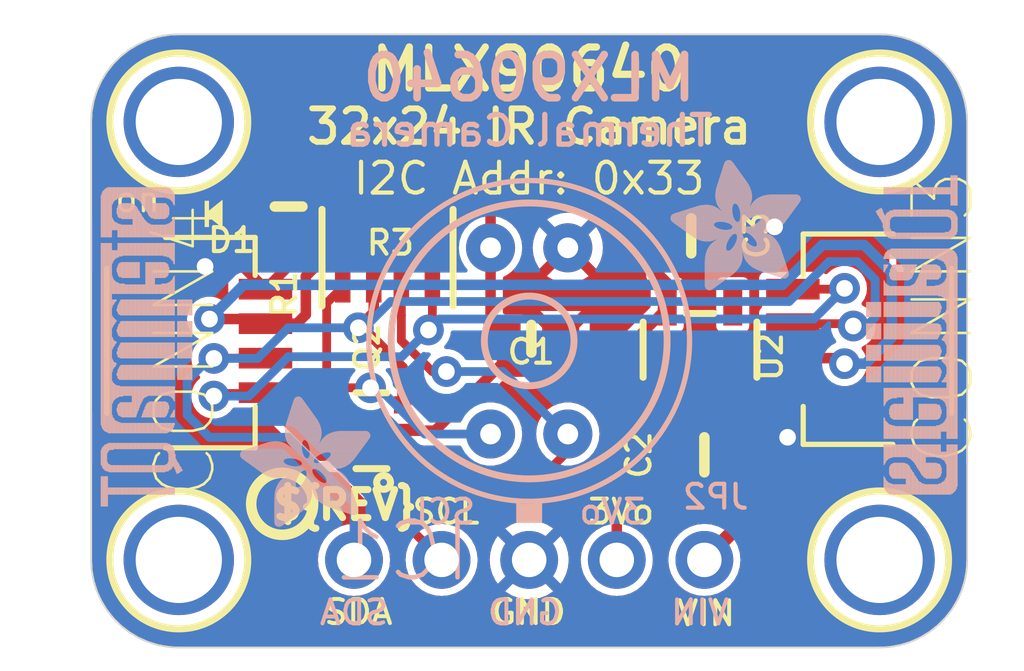
<source format=kicad_pcb>
(kicad_pcb (version 20221018) (generator pcbnew)
  (layers (0 "F.Cu" signal) (31 "B.Cu" signal) (34 "B.Paste" user) (35 "F.Paste" user) (36 "B.SilkS" user "B.Silkscreen") (37 "F.SilkS" user "F.Silkscreen") (38 "B.Mask" user) (39 "F.Mask" user) (44 "Edge.Cuts" user))
  (net 0 "")
  (net 1 "GND")
  (net 2 "SDA")
  (net 3 "SCL")
  (net 4 "SCL_3V")
  (net 5 "SDA_3V")
  (net 6 "3.3V")
  (net 7 "VCC")
  (net 8 "N$1")
  (footprint "working:RESPACK_4X0603" (layer "F.Cu") (at 144.393921 102.5906 180)
    (fp_text reference "R3" (at -0.838 0.432) (layer "F.SilkS") (effects (font (size 0.692831 0.692831) (thickness 0.119969)) (justify right)))
    (fp_text value "4.7K")
    (pad "1" smd rect (at -1.3 0.85 180) (size 0.45 0.9) (layers "F.Cu" "F.Paste" "F.Mask") (net 7 "VCC"))
    (pad "2" smd rect (at -0.4 0.85 180) (size 0.45 0.9) (layers "F.Cu" "F.Paste" "F.Mask") (net 6 "3.3V"))
    (pad "3" smd rect (at 0.4 0.85 180) (size 0.45 0.9) (layers "F.Cu" "F.Paste" "F.Mask") (net 7 "VCC"))
    (pad "4" smd rect (at 1.3 0.85 180) (size 0.45 0.9) (layers "F.Cu" "F.Paste" "F.Mask") (net 6 "3.3V"))
    (pad "5" smd rect (at 1.3 -0.85 180) (size 0.45 0.9) (layers "F.Cu" "F.Paste" "F.Mask") (net 5 "SDA_3V"))
    (pad "6" smd rect (at 0.4 -0.85 180) (size 0.45 0.9) (layers "F.Cu" "F.Paste" "F.Mask") (net 2 "SDA"))
    (pad "7" smd rect (at -0.4 -0.85 180) (size 0.45 0.9) (layers "F.Cu" "F.Paste" "F.Mask") (net 4 "SCL_3V"))
    (pad "8" smd rect (at -1.3 -0.85 180) (size 0.45 0.9) (layers "F.Cu" "F.Paste" "F.Mask") (net 3 "SCL"))
  )
  (footprint "working:0805-NO" (layer "F.Cu") (at 153.2001 101.9556)
    (fp_text reference "C3" (at 1.905 -0.762 90) (layer "F.SilkS") (effects (font (size 0.692831 0.692831) (thickness 0.119969)) (justify right)))
    (fp_text value "10uF")
    (pad "1" smd rect (at -0.95 0) (size 1.24 1.5) (layers "F.Cu" "F.Paste" "F.Mask") (net 6 "3.3V"))
    (pad "2" smd rect (at 0.95 0) (size 1.24 1.5) (layers "F.Cu" "F.Paste" "F.Mask") (net 1 "GND"))
  )
  (footprint "working:MOUNTINGHOLE_2.5_PLATED" (layer "F.Cu") (at 158.6611 98.6536)
    (fp_text reference "U$17" hide)
    (fp_text value "MOUNTINGHOLE2.5" hide)
    (pad "P$1" thru_hole circle (at 0 0) (size 3.2 3.2) (drill 2.5) (layers "*.Cu" "*.Mask"))
    (zone (net 0) (net_name "") (layer "F.Cu") (connect_pads (clearance 0)) (min_thickness 0.25)
      (keepout (tracks not_allowed) (vias not_allowed) (pads not_allowed) (copperpour not_allowed) (footprints allowed))
      (fill (thermal_gap 0.5) (thermal_bridge_width 0.5))
      (polygon (pts (xy 160.6771 98.6536) (xy 160.65748 98.373027) (xy 160.599004 98.097915) (xy 160.502808 97.833619) (xy 160.370765 97.585283) (xy 160.205446 97.35774) (xy 160.010067 97.15542) (xy 159.788433 96.98226) (xy 159.544856 96.841631) (xy 159.284078 96.73627) (xy 159.011175 96.668228) (xy 158.731457 96.638828) (xy 158.450371 96.648644) (xy 158.173385 96.697484) (xy 157.905893 96.784397) (xy 157.6531 96.907693) (xy 157.419926 97.06497) (xy 157.210911 97.253169) (xy 157.030122 97.468625) (xy 156.881078 97.707145) (xy 156.76668 97.964087) (xy 156.689154 98.23445) (xy 156.650011 98.512971) (xy 156.650011 98.794229) (xy 156.689154 99.07275) (xy 156.76668 99.343113) (xy 156.881078 99.600055) (xy 157.030122 99.838575) (xy 157.210911 100.054031) (xy 157.419926 100.24223) (xy 157.6531 100.399507) (xy 157.905893 100.522803) (xy 158.173385 100.609716) (xy 158.450371 100.658556) (xy 158.731457 100.668372) (xy 159.011175 100.638972) (xy 159.284078 100.57093) (xy 159.544856 100.465569) (xy 159.788433 100.32494) (xy 160.010067 100.15178) (xy 160.205446 99.94946) (xy 160.370765 99.721917) (xy 160.502808 99.473581) (xy 160.599004 99.209285) (xy 160.65748 98.934173)))
      (polygon (pts (xy 158.6451 98.6536) (xy 158.649786 98.664914) (xy 158.6611 98.6696) (xy 158.672414 98.664914) (xy 158.6771 98.6536) (xy 158.672414 98.642286) (xy 158.6611 98.6376) (xy 158.649786 98.642286)))
    )
    (zone (net 0) (net_name "") (layer "B.Cu") (connect_pads (clearance 0)) (min_thickness 0.25)
      (keepout (tracks not_allowed) (vias not_allowed) (pads not_allowed) (copperpour not_allowed) (footprints allowed))
      (fill (thermal_gap 0.5) (thermal_bridge_width 0.5))
      (polygon (pts (xy 160.6771 98.6536) (xy 160.65748 98.373027) (xy 160.599004 98.097915) (xy 160.502808 97.833619) (xy 160.370765 97.585283) (xy 160.205446 97.35774) (xy 160.010067 97.15542) (xy 159.788433 96.98226) (xy 159.544856 96.841631) (xy 159.284078 96.73627) (xy 159.011175 96.668228) (xy 158.731457 96.638828) (xy 158.450371 96.648644) (xy 158.173385 96.697484) (xy 157.905893 96.784397) (xy 157.6531 96.907693) (xy 157.419926 97.06497) (xy 157.210911 97.253169) (xy 157.030122 97.468625) (xy 156.881078 97.707145) (xy 156.76668 97.964087) (xy 156.689154 98.23445) (xy 156.650011 98.512971) (xy 156.650011 98.794229) (xy 156.689154 99.07275) (xy 156.76668 99.343113) (xy 156.881078 99.600055) (xy 157.030122 99.838575) (xy 157.210911 100.054031) (xy 157.419926 100.24223) (xy 157.6531 100.399507) (xy 157.905893 100.522803) (xy 158.173385 100.609716) (xy 158.450371 100.658556) (xy 158.731457 100.668372) (xy 159.011175 100.638972) (xy 159.284078 100.57093) (xy 159.544856 100.465569) (xy 159.788433 100.32494) (xy 160.010067 100.15178) (xy 160.205446 99.94946) (xy 160.370765 99.721917) (xy 160.502808 99.473581) (xy 160.599004 99.209285) (xy 160.65748 98.934173)))
      (polygon (pts (xy 158.6451 98.6536) (xy 158.649786 98.664914) (xy 158.6611 98.6696) (xy 158.672414 98.664914) (xy 158.6771 98.6536) (xy 158.672414 98.642286) (xy 158.6611 98.6376) (xy 158.649786 98.642286)))
    )
  )
  (footprint "working:FIDUCIAL_1MM" (layer "F.Cu") (at 141.20114 97.061019)
    (fp_text reference "FID4" hide)
    (fp_text value "FIDUCIAL_1MM" hide)
    (pad "1" smd roundrect (at 0 0) (size 1 1) (layers "F.Cu" "F.Mask") (roundrect_rratio 0.5))
  )
  (footprint "working:CHIPLED_0603_NOOUTLINE" (layer "F.Cu") (at 139.3571 101.3206 90)
    (fp_text reference "D1" (at -0.762 1.27) (layer "F.SilkS") (effects (font (size 0.692831 0.692831) (thickness 0.119969)) (justify right)))
    (fp_text value "GREEN")
    (pad "A" smd rect (at 0 0.75 90) (size 0.8 0.8) (layers "F.Cu" "F.Paste" "F.Mask") (net 8 "N$1"))
    (pad "C" smd rect (at 0 -0.75 90) (size 0.8 0.8) (layers "F.Cu" "F.Paste" "F.Mask") (net 1 "GND"))
  )
  (footprint "working:SOT363" (layer "F.Cu") (at 143.9291 107.6071 90)
    (fp_text reference "Q2" (at 1.651 -0.127 90) (layer "F.SilkS") (effects (font (size 0.692831 0.692831) (thickness 0.119969)) (justify left)))
    (fp_text value "BSS138")
    (pad "1" smd rect (at -0.75 0.9 90) (size 0.5 0.5) (layers "F.Cu" "F.Paste" "F.Mask") (net 4 "SCL_3V"))
    (pad "2" smd rect (at 0 0.9 90) (size 0.4 0.5) (layers "F.Cu" "F.Paste" "F.Mask") (net 6 "3.3V"))
    (pad "3" smd rect (at 0.75 0.9 90) (size 0.5 0.5) (layers "F.Cu" "F.Paste" "F.Mask") (net 2 "SDA"))
    (pad "4" smd rect (at 0.75 -0.9 90) (size 0.5 0.5) (layers "F.Cu" "F.Paste" "F.Mask") (net 5 "SDA_3V"))
    (pad "5" smd rect (at 0 -0.9 90) (size 0.4 0.5) (layers "F.Cu" "F.Paste" "F.Mask") (net 6 "3.3V"))
    (pad "6" smd rect (at -0.75 -0.9 90) (size 0.5 0.5) (layers "F.Cu" "F.Paste" "F.Mask") (net 3 "SCL"))
  )
  (footprint "working:SOT23-5" (layer "F.Cu") (at 153.4541 105.2576)
    (fp_text reference "U2" (at 2.032 -0.562 90) (layer "F.SilkS") (effects (font (size 0.692831 0.692831) (thickness 0.119969)) (justify right)))
    (fp_text value "AP2112K-3.3")
    (pad "1" smd rect (at -0.95 1.3001) (size 0.55 1.2) (layers "F.Cu" "F.Paste" "F.Mask") (net 7 "VCC"))
    (pad "2" smd rect (at 0 1.3001) (size 0.55 1.2) (layers "F.Cu" "F.Paste" "F.Mask") (net 1 "GND"))
    (pad "3" smd rect (at 0.95 1.3001) (size 0.55 1.2) (layers "F.Cu" "F.Paste" "F.Mask") (net 7 "VCC"))
    (pad "4" smd rect (at 0.95 -1.3001) (size 0.55 1.2) (layers "F.Cu" "F.Paste" "F.Mask"))
    (pad "5" smd rect (at -0.95 -1.3001) (size 0.55 1.2) (layers "F.Cu" "F.Paste" "F.Mask") (net 6 "3.3V"))
  )
  (footprint "working:PCBFEAT-REV-040" (layer "F.Cu") (at 141.3383 109.728)
    (fp_text reference "U$25" hide)
    (fp_text value "" hide)
    (fp_text user "${REV}" (at -0.3556 0.508) (layer "F.SilkS") (effects (font (size 0.8128 0.8128) (thickness 0.2032)) (justify left bottom)))
  )
  (footprint "working:0603-NO" (layer "F.Cu") (at 141.526259 101.107241 -90)
    (fp_text reference "R1" (at 1.778 0.127 90) (layer "F.SilkS") (effects (font (size 0.692831 0.692831) (thickness 0.119969)) (justify right)))
    (fp_text value "10K")
    (pad "1" smd rect (at -0.85 0 270) (size 1.075 1) (layers "F.Cu" "F.Paste" "F.Mask") (net 6 "3.3V"))
    (pad "2" smd rect (at 0.85 0 270) (size 1.075 1) (layers "F.Cu" "F.Paste" "F.Mask") (net 8 "N$1"))
  )
  (footprint "working:0805-NO" (layer "F.Cu") (at 153.5811 108.3056 180)
    (fp_text reference "C2" (at 1.905 -0.762 90) (layer "F.SilkS") (effects (font (size 0.692831 0.692831) (thickness 0.119969)) (justify left)))
    (fp_text value "10uF")
    (pad "1" smd rect (at -0.95 0 180) (size 1.24 1.5) (layers "F.Cu" "F.Paste" "F.Mask") (net 7 "VCC"))
    (pad "2" smd rect (at 0.95 0 180) (size 1.24 1.5) (layers "F.Cu" "F.Paste" "F.Mask") (net 1 "GND"))
  )
  (footprint "working:JST_SH4" (layer "F.Cu") (at 138.3411 105.0036 -90)
    (fp_text reference "CONN4" (at -4.092 -0.185 90) (layer "F.SilkS") (effects (font (size 1.703222 1.703222) (thickness 0.074778)) (justify right)))
    (fp_text value "STEMMA_I2C_QT" hide)
    (pad "1" smd rect (at -1.5 -2.514) (size 1.55 0.6) (layers "F.Cu" "F.Paste" "F.Mask") (net 1 "GND"))
    (pad "2" smd rect (at -0.5 -2.514) (size 1.55 0.6) (layers "F.Cu" "F.Paste" "F.Mask") (net 7 "VCC"))
    (pad "3" smd rect (at 0.5 -2.514) (size 1.55 0.6) (layers "F.Cu" "F.Paste" "F.Mask") (net 2 "SDA"))
    (pad "4" smd rect (at 1.5 -2.514) (size 1.55 0.6) (layers "F.Cu" "F.Paste" "F.Mask") (net 3 "SCL"))
    (pad "MT1" smd rect (at -2.8 1.386) (size 1.8 1.2) (layers "F.Cu" "F.Paste" "F.Mask"))
    (pad "MT2" smd rect (at 2.8 1.386) (size 1.8 1.2) (layers "F.Cu" "F.Paste" "F.Mask"))
  )
  (footprint "working:0603-NO" (layer "F.Cu") (at 148.5646 104.9401)
    (fp_text reference "C1" (at -0.762 0.381) (layer "F.SilkS") (effects (font (size 0.692831 0.692831) (thickness 0.119969)) (justify left)))
    (fp_text value "0.1uF")
    (pad "1" smd rect (at -0.85 0) (size 1.075 1) (layers "F.Cu" "F.Paste" "F.Mask") (net 6 "3.3V"))
    (pad "2" smd rect (at 0.85 0) (size 1.075 1) (layers "F.Cu" "F.Paste" "F.Mask") (net 1 "GND"))
  )
  (footprint "working:MOUNTINGHOLE_2.5_PLATED" (layer "F.Cu") (at 138.3411 98.6536)
    (fp_text reference "U$1" hide)
    (fp_text value "MOUNTINGHOLE2.5" hide)
    (pad "P$1" thru_hole circle (at 0 0) (size 3.2 3.2) (drill 2.5) (layers "*.Cu" "*.Mask"))
    (zone (net 0) (net_name "") (layer "F.Cu") (connect_pads (clearance 0)) (min_thickness 0.25)
      (keepout (tracks not_allowed) (vias not_allowed) (pads not_allowed) (copperpour not_allowed) (footprints allowed))
      (fill (thermal_gap 0.5) (thermal_bridge_width 0.5))
      (polygon (pts (xy 140.3571 98.6536) (xy 140.33748 98.373027) (xy 140.279004 98.097915) (xy 140.182808 97.833619) (xy 140.050765 97.585283) (xy 139.885446 97.35774) (xy 139.690067 97.15542) (xy 139.468433 96.98226) (xy 139.224856 96.841631) (xy 138.964078 96.73627) (xy 138.691175 96.668228) (xy 138.411457 96.638828) (xy 138.130371 96.648644) (xy 137.853385 96.697484) (xy 137.585893 96.784397) (xy 137.3331 96.907693) (xy 137.099926 97.06497) (xy 136.890911 97.253169) (xy 136.710122 97.468625) (xy 136.561078 97.707145) (xy 136.44668 97.964087) (xy 136.369154 98.23445) (xy 136.330011 98.512971) (xy 136.330011 98.794229) (xy 136.369154 99.07275) (xy 136.44668 99.343113) (xy 136.561078 99.600055) (xy 136.710122 99.838575) (xy 136.890911 100.054031) (xy 137.099926 100.24223) (xy 137.3331 100.399507) (xy 137.585893 100.522803) (xy 137.853385 100.609716) (xy 138.130371 100.658556) (xy 138.411457 100.668372) (xy 138.691175 100.638972) (xy 138.964078 100.57093) (xy 139.224856 100.465569) (xy 139.468433 100.32494) (xy 139.690067 100.15178) (xy 139.885446 99.94946) (xy 140.050765 99.721917) (xy 140.182808 99.473581) (xy 140.279004 99.209285) (xy 140.33748 98.934173)))
      (polygon (pts (xy 138.3251 98.6536) (xy 138.329786 98.664914) (xy 138.3411 98.6696) (xy 138.352414 98.664914) (xy 138.3571 98.6536) (xy 138.352414 98.642286) (xy 138.3411 98.6376) (xy 138.329786 98.642286)))
    )
    (zone (net 0) (net_name "") (layer "B.Cu") (connect_pads (clearance 0)) (min_thickness 0.25)
      (keepout (tracks not_allowed) (vias not_allowed) (pads not_allowed) (copperpour not_allowed) (footprints allowed))
      (fill (thermal_gap 0.5) (thermal_bridge_width 0.5))
      (polygon (pts (xy 140.3571 98.6536) (xy 140.33748 98.373027) (xy 140.279004 98.097915) (xy 140.182808 97.833619) (xy 140.050765 97.585283) (xy 139.885446 97.35774) (xy 139.690067 97.15542) (xy 139.468433 96.98226) (xy 139.224856 96.841631) (xy 138.964078 96.73627) (xy 138.691175 96.668228) (xy 138.411457 96.638828) (xy 138.130371 96.648644) (xy 137.853385 96.697484) (xy 137.585893 96.784397) (xy 137.3331 96.907693) (xy 137.099926 97.06497) (xy 136.890911 97.253169) (xy 136.710122 97.468625) (xy 136.561078 97.707145) (xy 136.44668 97.964087) (xy 136.369154 98.23445) (xy 136.330011 98.512971) (xy 136.330011 98.794229) (xy 136.369154 99.07275) (xy 136.44668 99.343113) (xy 136.561078 99.600055) (xy 136.710122 99.838575) (xy 136.890911 100.054031) (xy 137.099926 100.24223) (xy 137.3331 100.399507) (xy 137.585893 100.522803) (xy 137.853385 100.609716) (xy 138.130371 100.658556) (xy 138.411457 100.668372) (xy 138.691175 100.638972) (xy 138.964078 100.57093) (xy 139.224856 100.465569) (xy 139.468433 100.32494) (xy 139.690067 100.15178) (xy 139.885446 99.94946) (xy 140.050765 99.721917) (xy 140.182808 99.473581) (xy 140.279004 99.209285) (xy 140.33748 98.934173)))
      (polygon (pts (xy 138.3251 98.6536) (xy 138.329786 98.664914) (xy 138.3411 98.6696) (xy 138.352414 98.664914) (xy 138.3571 98.6536) (xy 138.352414 98.642286) (xy 138.3411 98.6376) (xy 138.329786 98.642286)))
    )
  )
  (footprint "working:MOUNTINGHOLE_2.5_PLATED" (layer "F.Cu") (at 138.3411 111.3536)
    (fp_text reference "U$19" hide)
    (fp_text value "MOUNTINGHOLE2.5" hide)
    (pad "P$1" thru_hole circle (at 0 0) (size 3.2 3.2) (drill 2.5) (layers "*.Cu" "*.Mask"))
    (zone (net 0) (net_name "") (layer "F.Cu") (connect_pads (clearance 0)) (min_thickness 0.25)
      (keepout (tracks not_allowed) (vias not_allowed) (pads not_allowed) (copperpour not_allowed) (footprints allowed))
      (fill (thermal_gap 0.5) (thermal_bridge_width 0.5))
      (polygon (pts (xy 140.3571 111.3536) (xy 140.33748 111.073027) (xy 140.279004 110.797915) (xy 140.182808 110.533619) (xy 140.050765 110.285283) (xy 139.885446 110.05774) (xy 139.690067 109.85542) (xy 139.468433 109.68226) (xy 139.224856 109.541631) (xy 138.964078 109.43627) (xy 138.691175 109.368228) (xy 138.411457 109.338828) (xy 138.130371 109.348644) (xy 137.853385 109.397484) (xy 137.585893 109.484397) (xy 137.3331 109.607693) (xy 137.099926 109.76497) (xy 136.890911 109.953169) (xy 136.710122 110.168625) (xy 136.561078 110.407145) (xy 136.44668 110.664087) (xy 136.369154 110.93445) (xy 136.330011 111.212971) (xy 136.330011 111.494229) (xy 136.369154 111.77275) (xy 136.44668 112.043113) (xy 136.561078 112.300055) (xy 136.710122 112.538575) (xy 136.890911 112.754031) (xy 137.099926 112.94223) (xy 137.3331 113.099507) (xy 137.585893 113.222803) (xy 137.853385 113.309716) (xy 138.130371 113.358556) (xy 138.411457 113.368372) (xy 138.691175 113.338972) (xy 138.964078 113.27093) (xy 139.224856 113.165569) (xy 139.468433 113.02494) (xy 139.690067 112.85178) (xy 139.885446 112.64946) (xy 140.050765 112.421917) (xy 140.182808 112.173581) (xy 140.279004 111.909285) (xy 140.33748 111.634173)))
      (polygon (pts (xy 138.3251 111.3536) (xy 138.329786 111.364914) (xy 138.3411 111.3696) (xy 138.352414 111.364914) (xy 138.3571 111.3536) (xy 138.352414 111.342286) (xy 138.3411 111.3376) (xy 138.329786 111.342286)))
    )
    (zone (net 0) (net_name "") (layer "B.Cu") (connect_pads (clearance 0)) (min_thickness 0.25)
      (keepout (tracks not_allowed) (vias not_allowed) (pads not_allowed) (copperpour not_allowed) (footprints allowed))
      (fill (thermal_gap 0.5) (thermal_bridge_width 0.5))
      (polygon (pts (xy 140.3571 111.3536) (xy 140.33748 111.073027) (xy 140.279004 110.797915) (xy 140.182808 110.533619) (xy 140.050765 110.285283) (xy 139.885446 110.05774) (xy 139.690067 109.85542) (xy 139.468433 109.68226) (xy 139.224856 109.541631) (xy 138.964078 109.43627) (xy 138.691175 109.368228) (xy 138.411457 109.338828) (xy 138.130371 109.348644) (xy 137.853385 109.397484) (xy 137.585893 109.484397) (xy 137.3331 109.607693) (xy 137.099926 109.76497) (xy 136.890911 109.953169) (xy 136.710122 110.168625) (xy 136.561078 110.407145) (xy 136.44668 110.664087) (xy 136.369154 110.93445) (xy 136.330011 111.212971) (xy 136.330011 111.494229) (xy 136.369154 111.77275) (xy 136.44668 112.043113) (xy 136.561078 112.300055) (xy 136.710122 112.538575) (xy 136.890911 112.754031) (xy 137.099926 112.94223) (xy 137.3331 113.099507) (xy 137.585893 113.222803) (xy 137.853385 113.309716) (xy 138.130371 113.358556) (xy 138.411457 113.368372) (xy 138.691175 113.338972) (xy 138.964078 113.27093) (xy 139.224856 113.165569) (xy 139.468433 113.02494) (xy 139.690067 112.85178) (xy 139.885446 112.64946) (xy 140.050765 112.421917) (xy 140.182808 112.173581) (xy 140.279004 111.909285) (xy 140.33748 111.634173)))
      (polygon (pts (xy 138.3251 111.3536) (xy 138.329786 111.364914) (xy 138.3411 111.3696) (xy 138.352414 111.364914) (xy 138.3571 111.3536) (xy 138.352414 111.342286) (xy 138.3411 111.3376) (xy 138.329786 111.342286)))
    )
  )
  (footprint "working:MOUNTINGHOLE_2.5_PLATED" (layer "F.Cu") (at 158.6611 111.3536)
    (fp_text reference "U$21" hide)
    (fp_text value "MOUNTINGHOLE2.5" hide)
    (pad "P$1" thru_hole circle (at 0 0) (size 3.2 3.2) (drill 2.5) (layers "*.Cu" "*.Mask"))
    (zone (net 0) (net_name "") (layer "F.Cu") (connect_pads (clearance 0)) (min_thickness 0.25)
      (keepout (tracks not_allowed) (vias not_allowed) (pads not_allowed) (copperpour not_allowed) (footprints allowed))
      (fill (thermal_gap 0.5) (thermal_bridge_width 0.5))
      (polygon (pts (xy 160.6771 111.3536) (xy 160.65748 111.073027) (xy 160.599004 110.797915) (xy 160.502808 110.533619) (xy 160.370765 110.285283) (xy 160.205446 110.05774) (xy 160.010067 109.85542) (xy 159.788433 109.68226) (xy 159.544856 109.541631) (xy 159.284078 109.43627) (xy 159.011175 109.368228) (xy 158.731457 109.338828) (xy 158.450371 109.348644) (xy 158.173385 109.397484) (xy 157.905893 109.484397) (xy 157.6531 109.607693) (xy 157.419926 109.76497) (xy 157.210911 109.953169) (xy 157.030122 110.168625) (xy 156.881078 110.407145) (xy 156.76668 110.664087) (xy 156.689154 110.93445) (xy 156.650011 111.212971) (xy 156.650011 111.494229) (xy 156.689154 111.77275) (xy 156.76668 112.043113) (xy 156.881078 112.300055) (xy 157.030122 112.538575) (xy 157.210911 112.754031) (xy 157.419926 112.94223) (xy 157.6531 113.099507) (xy 157.905893 113.222803) (xy 158.173385 113.309716) (xy 158.450371 113.358556) (xy 158.731457 113.368372) (xy 159.011175 113.338972) (xy 159.284078 113.27093) (xy 159.544856 113.165569) (xy 159.788433 113.02494) (xy 160.010067 112.85178) (xy 160.205446 112.64946) (xy 160.370765 112.421917) (xy 160.502808 112.173581) (xy 160.599004 111.909285) (xy 160.65748 111.634173)))
      (polygon (pts (xy 158.6451 111.3536) (xy 158.649786 111.364914) (xy 158.6611 111.3696) (xy 158.672414 111.364914) (xy 158.6771 111.3536) (xy 158.672414 111.342286) (xy 158.6611 111.3376) (xy 158.649786 111.342286)))
    )
    (zone (net 0) (net_name "") (layer "B.Cu") (connect_pads (clearance 0)) (min_thickness 0.25)
      (keepout (tracks not_allowed) (vias not_allowed) (pads not_allowed) (copperpour not_allowed) (footprints allowed))
      (fill (thermal_gap 0.5) (thermal_bridge_width 0.5))
      (polygon (pts (xy 160.6771 111.3536) (xy 160.65748 111.073027) (xy 160.599004 110.797915) (xy 160.502808 110.533619) (xy 160.370765 110.285283) (xy 160.205446 110.05774) (xy 160.010067 109.85542) (xy 159.788433 109.68226) (xy 159.544856 109.541631) (xy 159.284078 109.43627) (xy 159.011175 109.368228) (xy 158.731457 109.338828) (xy 158.450371 109.348644) (xy 158.173385 109.397484) (xy 157.905893 109.484397) (xy 157.6531 109.607693) (xy 157.419926 109.76497) (xy 157.210911 109.953169) (xy 157.030122 110.168625) (xy 156.881078 110.407145) (xy 156.76668 110.664087) (xy 156.689154 110.93445) (xy 156.650011 111.212971) (xy 156.650011 111.494229) (xy 156.689154 111.77275) (xy 156.76668 112.043113) (xy 156.881078 112.300055) (xy 157.030122 112.538575) (xy 157.210911 112.754031) (xy 157.419926 112.94223) (xy 157.6531 113.099507) (xy 157.905893 113.222803) (xy 158.173385 113.309716) (xy 158.450371 113.358556) (xy 158.731457 113.368372) (xy 159.011175 113.338972) (xy 159.284078 113.27093) (xy 159.544856 113.165569) (xy 159.788433 113.02494) (xy 160.010067 112.85178) (xy 160.205446 112.64946) (xy 160.370765 112.421917) (xy 160.502808 112.173581) (xy 160.599004 111.909285) (xy 160.65748 111.634173)))
      (polygon (pts (xy 158.6451 111.3536) (xy 158.649786 111.364914) (xy 158.6611 111.3696) (xy 158.672414 111.364914) (xy 158.6771 111.3536) (xy 158.672414 111.342286) (xy 158.6611 111.3376) (xy 158.649786 111.342286)))
    )
  )
  (footprint "working:FIDUCIAL_1MM" (layer "F.Cu") (at 155.674059 112.412782)
    (fp_text reference "FID3" hide)
    (fp_text value "FIDUCIAL_1MM" hide)
    (pad "1" smd roundrect (at 0 0) (size 1 1) (layers "F.Cu" "F.Mask") (roundrect_rratio 0.5))
  )
  (footprint "working:JST_SH4" (layer "F.Cu") (at 158.6611 105.0036 90)
    (fp_text reference "CONN3" (at -3.711 1.847 90) (layer "F.SilkS") (effects (font (size 1.703222 1.703222) (thickness 0.074778)) (justify left)))
    (fp_text value "STEMMA_I2C_QT" hide)
    (pad "1" smd rect (at -1.5 -2.514 180) (size 1.55 0.6) (layers "F.Cu" "F.Paste" "F.Mask") (net 1 "GND"))
    (pad "2" smd rect (at -0.5 -2.514 180) (size 1.55 0.6) (layers "F.Cu" "F.Paste" "F.Mask") (net 7 "VCC"))
    (pad "3" smd rect (at 0.5 -2.514 180) (size 1.55 0.6) (layers "F.Cu" "F.Paste" "F.Mask") (net 2 "SDA"))
    (pad "4" smd rect (at 1.5 -2.514 180) (size 1.55 0.6) (layers "F.Cu" "F.Paste" "F.Mask") (net 3 "SCL"))
    (pad "MT1" smd rect (at -2.8 1.386 180) (size 1.8 1.2) (layers "F.Cu" "F.Paste" "F.Mask"))
    (pad "MT2" smd rect (at 2.8 1.386 180) (size 1.8 1.2) (layers "F.Cu" "F.Paste" "F.Mask"))
  )
  (footprint "working:STEMMAQT" (layer "B.Cu") (at 138.7221 100.5586 -90)
    (fp_text reference "U$31" hide)
    (fp_text value "" hide)
  )
  (footprint "working:MLX90640" (layer "B.Cu") (at 148.5011 105.0036 180)
    (fp_text reference "IC1" (at 1.6 -6.1) (layer "B.SilkS") (effects (font (size 1.647139 1.647139) (thickness 0.130861)) (justify left mirror)))
    (fp_text value "MLX90640")
    (pad "GND" thru_hole circle (at -1.12 2.7 180) (size 1.4224 1.4224) (drill 0.6) (layers "*.Cu") (net 1 "GND"))
    (pad "SCL" thru_hole circle (at -1.12 -2.7 180) (size 1.4224 1.4224) (drill 0.6) (layers "*.Cu") (net 4 "SCL_3V"))
    (pad "SDA" thru_hole circle (at 1.12 -2.7 180) (size 1.4224 1.4224) (drill 0.6) (layers "*.Cu") (net 5 "SDA_3V"))
    (pad "VDD" thru_hole circle (at 1.12 2.7 180) (size 1.4224 1.4224) (drill 0.6) (layers "*.Cu") (net 6 "3.3V"))
  )
  (footprint "working:ADAFRUIT_3.5MM" (layer "B.Cu") (at 143.913859 110.411263 180)
    (fp_text reference "U$22" hide)
    (fp_text value "" hide)
  )
  (footprint "working:ADAFRUIT_3.5MM" (layer "B.Cu") (at 156.395418 103.553263 180)
    (fp_text reference "U$4" hide)
    (fp_text value "" hide)
  )
  (footprint "working:STEMMAQT" (layer "B.Cu") (at 158.2801 109.4486 90)
    (fp_text reference "U$30" hide)
    (fp_text value "" hide)
  )
  (footprint "working:1X05_ROUND" (layer "B.Cu") (at 148.5011 111.3536 180)
    (fp_text reference "JP2" (at -6.4262 1.8288) (layer "B.SilkS") (effects (font (size 0.692831 0.692831) (thickness 0.119969)) (justify left mirror)))
    (fp_text value "")
    (pad "1" thru_hole circle (at -5.08 0 90) (size 1.6764 1.6764) (drill 1) (layers "*.Cu" "*.Mask") (net 7 "VCC"))
    (pad "2" thru_hole circle (at -2.54 0 90) (size 1.6764 1.6764) (drill 1) (layers "*.Cu" "*.Mask") (net 6 "3.3V"))
    (pad "3" thru_hole circle (at 0 0 90) (size 1.6764 1.6764) (drill 1) (layers "*.Cu" "*.Mask") (net 1 "GND"))
    (pad "4" thru_hole circle (at 2.54 0 90) (size 1.6764 1.6764) (drill 1) (layers "*.Cu" "*.Mask") (net 3 "SCL"))
    (pad "5" thru_hole circle (at 5.08 0 90) (size 1.6764 1.6764) (drill 1) (layers "*.Cu" "*.Mask") (net 2 "SDA"))
  )
  (gr_line (start 161.2011 111.3536) (end 161.2011 98.6536) (stroke (width 0.05)) (layer "Edge.Cuts"))
  (gr_arc (start 161.2011 111.3536) (mid 160.457151 113.149651) (end 158.6611 113.8936) (stroke (width 0.05)) (layer "Edge.Cuts"))
  (gr_line (start 138.3411 113.8936) (end 158.6611 113.8936) (stroke (width 0.05)) (layer "Edge.Cuts"))
  (gr_line (start 158.6611 96.1136) (end 138.3411 96.1136) (stroke (width 0.05)) (layer "Edge.Cuts"))
  (gr_arc (start 135.8011 98.6536) (mid 136.545049 96.857549) (end 138.3411 96.1136) (stroke (width 0.05)) (layer "Edge.Cuts"))
  (gr_line (start 135.8011 98.6536) (end 135.8011 111.3536) (stroke (width 0.05)) (layer "Edge.Cuts"))
  (gr_arc (start 158.6611 96.1136) (mid 160.457151 96.857549) (end 161.2011 98.6536) (stroke (width 0.05)) (layer "Edge.Cuts"))
  (gr_arc (start 138.3411 113.8936) (mid 136.545049 113.149651) (end 135.8011 111.3536) (stroke (width 0.05)) (layer "Edge.Cuts"))
  (gr_text "Thermal Camera" (at 148.5011 98.9076) (layer "B.SilkS") (effects (font (size 0.8636 0.8636) (thickness 0.1524)) (justify mirror)))
  (gr_text "MLX90640" (at 148.5011 97.3836) (layer "B.SilkS") (effects (font (size 1.25222 1.25222) (thickness 0.22098)) (justify mirror)))
  (gr_text "3Vo" (at 150.9141 109.9566) (layer "B.SilkS") (effects (font (size 0.699008 0.699008) (thickness 0.113792)) (justify mirror)))
  (gr_text "GND" (at 148.3741 112.8776) (layer "B.SilkS") (effects (font (size 0.699008 0.699008) (thickness 0.113792)) (justify mirror)))
  (gr_text "VIN" (at 153.4541 112.8776) (layer "B.SilkS") (effects (font (size 0.699008 0.699008) (thickness 0.113792)) (justify mirror)))
  (gr_text "SCL" (at 145.9611 109.9566) (layer "B.SilkS") (effects (font (size 0.699008 0.699008) (thickness 0.113792)) (justify mirror)))
  (gr_text "SDA" (at 143.4211 112.8776) (layer "B.SilkS") (effects (font (size 0.699008 0.699008) (thickness 0.113792)) (justify mirror)))
  (gr_text "VIN" (at 153.6319 112.903) (layer "F.SilkS") (effects (font (size 0.699008 0.699008) (thickness 0.113792))))
  (gr_text "on" (at 136.4361 101.3206) (layer "F.SilkS") (effects (font (size 0.715264 0.715264) (thickness 0.097536)) (justify left bottom)))
  (gr_text "GND" (at 148.49094 112.867441) (layer "F.SilkS") (effects (font (size 0.699008 0.699008) (thickness 0.113792))))
  (gr_text "MLX90640" (at 148.5011 97.1296) (layer "F.SilkS") (effects (font (size 1.18745 1.18745) (thickness 0.20955))))
  (gr_text "3Vo" (at 151.1681 109.9566) (layer "F.SilkS") (effects (font (size 0.699008 0.699008) (thickness 0.113792))))
  (gr_text "32x24 IR Camera" (at 148.5011 98.79076) (layer "F.SilkS") (effects (font (size 0.97155 0.97155) (thickness 0.17145))))
  (gr_text "I2C Addr: 0x33" (at 148.5011 100.294441) (layer "F.SilkS") (effects (font (size 0.89408 0.89408) (thickness 0.12192))))
  (gr_text "SCL" (at 146.0881 109.9566) (layer "F.SilkS") (effects (font (size 0.699008 0.699008) (thickness 0.113792))))
  (gr_text "SDA" (at 143.5481 112.867441) (layer "F.SilkS") (effects (font (size 0.699008 0.699008) (thickness 0.113792))))
  (segment (start 153.4541 107.4826) (end 152.6311 108.3056) (width 0.3048) (layer "F.Cu") (net 1))
  (segment (start 153.4541 106.5577) (end 153.4541 107.4826) (width 0.3048) (layer "F.Cu") (net 1))
  (via (at 139.1031 102.8446) (size 0.889) (drill 0.4826) (layers "F.Cu" "B.Cu") (net 1))
  (via (at 155.9941 107.7976) (size 0.889) (drill 0.4826) (layers "F.Cu" "B.Cu") (net 1))
  (via (at 155.618181 101.696519) (size 0.889) (drill 0.4826) (layers "F.Cu" "B.Cu") (net 1))
  (segment (start 143.993921 103.4406) (end 143.993921 104.176779) (width 0.3048) (layer "F.Cu") (net 2))
  (segment (start 139.3651 105.5036) (end 139.3571 105.5116) (width 0.254) (layer "F.Cu") (net 2))
  (segment (start 156.1471 104.5036) (end 157.8309 104.5036) (width 0.254) (layer "F.Cu") (net 2))
  (segment (start 157.8309 104.5036) (end 157.8991 104.5718) (width 0.254) (layer "F.Cu") (net 2))
  (segment (start 144.8291 105.7766) (end 143.6751 104.6226) (width 0.3048) (layer "F.Cu") (net 2))
  (segment (start 140.8551 105.5036) (end 139.3651 105.5036) (width 0.254) (layer "F.Cu") (net 2))
  (segment (start 144.8291 106.8571) (end 144.8291 105.7766) (width 0.3048) (layer "F.Cu") (net 2))
  (segment (start 143.5481 104.6226) (end 143.6751 104.6226) (width 0.3048) (layer "F.Cu") (net 2))
  (segment (start 143.5481 104.6226) (end 143.993921 104.176779) (width 0.3048) (layer "F.Cu") (net 2))
  (via (at 157.8991 104.5718) (size 0.889) (drill 0.4826) (layers "F.Cu" "B.Cu") (net 2))
  (via (at 143.5481 104.6226) (size 0.889) (drill 0.4826) (layers "F.Cu" "B.Cu") (net 2))
  (via (at 139.3571 105.5116) (size 0.889) (drill 0.4826) (layers "F.Cu" "B.Cu") (net 2))
  (segment (start 157.8991 104.5718) (end 158.2801 104.5718) (width 0.254) (layer "B.Cu") (net 2))
  (segment (start 143.849506 104.4956) (end 143.6751 104.4956) (width 0.254) (layer "B.Cu") (net 2))
  (segment (start 143.5481 104.6226) (end 143.6751 104.4956) (width 0.254) (layer "B.Cu") (net 2))
  (segment (start 139.2301 105.5116) (end 138.5824 106.1593) (width 0.254) (layer "B.Cu") (net 2))
  (segment (start 138.5824 107.1499) (end 139.2301 107.7976) (width 0.254) (layer "B.Cu") (net 2))
  (segment (start 139.3571 105.5116) (end 139.2301 105.5116) (width 0.254) (layer "B.Cu") (net 2))
  (segment (start 158.5341 104.3178) (end 158.2801 104.5718) (width 0.254) (layer "B.Cu") (net 2))
  (segment (start 144.484506 103.8606) (end 156.041506 103.8606) (width 0.254) (layer "B.Cu") (net 2))
  (segment (start 158.0134 102.7049) (end 157.197206 102.7049) (width 0.254) (layer "B.Cu") (net 2))
  (segment (start 158.5341 104.3178) (end 158.5341 103.2256) (width 0.254) (layer "B.Cu") (net 2))
  (segment (start 156.041506 103.8606) (end 157.197206 102.7049) (width 0.254) (layer "B.Cu") (net 2))
  (segment (start 141.5161 107.7976) (end 143.4211 109.7026) (width 0.254) (layer "B.Cu") (net 2))
  (segment (start 158.5341 103.2256) (end 158.0134 102.7049) (width 0.254) (layer "B.Cu") (net 2))
  (segment (start 139.2301 107.7976) (end 141.5161 107.7976) (width 0.254) (layer "B.Cu") (net 2))
  (segment (start 138.5824 106.1593) (end 138.5824 107.1499) (width 0.254) (layer "B.Cu") (net 2))
  (segment (start 141.5161 104.6226) (end 140.6271 105.5116) (width 0.254) (layer "B.Cu") (net 2))
  (segment (start 141.5161 104.6226) (end 143.5481 104.6226) (width 0.254) (layer "B.Cu") (net 2))
  (segment (start 144.484506 103.8606) (end 143.849506 104.4956) (width 0.254) (layer "B.Cu") (net 2))
  (segment (start 143.4211 109.7026) (end 143.4211 111.3536) (width 0.254) (layer "B.Cu") (net 2))
  (segment (start 139.3571 105.5116) (end 140.6271 105.5116) (width 0.254) (layer "B.Cu") (net 2))
  (segment (start 139.4333 106.5276) (end 140.8551 106.5276) (width 0.254) (layer "F.Cu") (net 3))
  (segment (start 145.693921 103.4406) (end 145.693921 104.572279) (width 0.254) (layer "F.Cu") (net 3))
  (segment (start 140.8551 106.5276) (end 140.8551 106.7546) (width 0.254) (layer "F.Cu") (net 3))
  (segment (start 143.0291 108.3571) (end 143.0291 108.4216) (width 0.3048) (layer "F.Cu") (net 3))
  (segment (start 140.8551 106.7546) (end 142.4576 108.3571) (width 0.254) (layer "F.Cu") (net 3))
  (segment (start 156.1471 103.5036) (end 157.6211 103.5036) (width 0.254) (layer "F.Cu") (net 3))
  (segment (start 143.0291 108.4216) (end 145.9611 111.3536) (width 0.254) (layer "F.Cu") (net 3))
  (segment (start 142.4576 108.3571) (end 143.0291 108.3571) (width 0.254) (layer "F.Cu") (net 3))
  (segment (start 157.6211 103.5036) (end 157.6451 103.4796) (width 0.254) (layer "F.Cu") (net 3))
  (segment (start 145.5801 104.6861) (end 145.693921 104.572279) (width 0.254) (layer "F.Cu") (net 3))
  (segment (start 139.3571 106.6038) (end 139.4333 106.5276) (width 0.254) (layer "F.Cu") (net 3))
  (segment (start 140.8551 106.5036) (end 140.8551 106.5276) (width 0.3048) (layer "F.Cu") (net 3))
  (via (at 145.5801 104.6861) (size 0.889) (drill 0.4826) (layers "F.Cu" "B.Cu") (net 3))
  (via (at 157.6451 103.4796) (size 0.889) (drill 0.4826) (layers "F.Cu" "B.Cu") (net 3))
  (via (at 139.3571 106.6038) (size 0.889) (drill 0.4826) (layers "F.Cu" "B.Cu") (net 3))
  (segment (start 145.5801 104.6861) (end 144.8054 105.4608) (width 0.254) (layer "B.Cu") (net 3))
  (segment (start 145.8976 104.3686) (end 145.5801 104.6861) (width 0.254) (layer "B.Cu") (net 3))
  (segment (start 156.7561 104.3686) (end 145.8976 104.3686) (width 0.254) (layer "B.Cu") (net 3))
  (segment (start 157.6451 103.4796) (end 156.7561 104.3686) (width 0.254) (layer "B.Cu") (net 3))
  (segment (start 140.3731 106.6038) (end 139.3571 106.6038) (width 0.254) (layer "B.Cu") (net 3))
  (segment (start 144.8054 105.4608) (end 141.5161 105.4608) (width 0.254) (layer "B.Cu") (net 3))
  (segment (start 141.5161 105.4608) (end 140.3731 106.6038) (width 0.254) (layer "B.Cu") (net 3))
  (segment (start 149.6211 108.2016) (end 148.7551 109.0676) (width 0.254) (layer "F.Cu") (net 4))
  (segment (start 144.793921 103.4406) (end 144.793921 104.26356) (width 0.254) (layer "F.Cu") (net 4))
  (segment (start 144.793918 104.263563) (end 144.793918 104.995513) (width 0.254) (layer "F.Cu") (net 4))
  (segment (start 145.689793 105.891388) (end 144.793918 104.995513) (width 0.254) (layer "F.Cu") (net 4))
  (segment (start 148.7551 109.0676) (end 145.5396 109.0676) (width 0.254) (layer "F.Cu") (net 4))
  (segment (start 145.5396 109.0676) (end 144.8291 108.3571) (width 0.254) (layer "F.Cu") (net 4))
  (segment (start 149.6211 108.2016) (end 149.6211 107.7036) (width 0.254) (layer "F.Cu") (net 4))
  (segment (start 144.793921 104.26356) (end 144.793918 104.263563) (width 0.254) (layer "F.Cu") (net 4))
  (segment (start 145.689793 105.891388) (end 146.1008 105.891388) (width 0.254) (layer "F.Cu") (net 4))
  (via (at 146.1008 105.891388) (size 0.889) (drill 0.4826) (layers "F.Cu" "B.Cu") (net 4))
  (segment (start 149.6211 107.7036) (end 149.5501 107.7036) (width 0.254) (layer "B.Cu") (net 4))
  (segment (start 146.1008 105.891388) (end 147.737887 105.891388) (width 0.254) (layer "B.Cu") (net 4))
  (segment (start 149.5501 107.7036) (end 147.737887 105.891388) (width 0.254) (layer "B.Cu") (net 4))
  (segment (start 142.6291 103.905422) (end 142.6291 105.9896) (width 0.254) (layer "F.Cu") (net 5))
  (segment (start 142.6291 105.9896) (end 143.002 106.3625) (width 0.254) (layer "F.Cu") (net 5))
  (segment (start 143.0291 106.3896) (end 143.002 106.3625) (width 0.3048) (layer "F.Cu") (net 5))
  (segment (start 143.093921 103.4406) (end 142.6291 103.905422) (width 0.254) (layer "F.Cu") (net 5))
  (segment (start 143.0291 106.3896) (end 143.0291 106.8571) (width 0.3048) (layer "F.Cu") (net 5))
  (segment (start 143.002 106.3625) (end 143.902487 106.3625) (width 0.254) (layer "F.Cu") (net 5))
  (via (at 143.902487 106.3625) (size 0.889) (drill 0.4826) (layers "F.Cu" "B.Cu") (net 5))
  (segment (start 145.4761 107.7036) (end 147.3811 107.7036) (width 0.254) (layer "B.Cu") (net 5))
  (segment (start 145.4761 107.7036) (end 144.135 106.3625) (width 0.254) (layer "B.Cu") (net 5))
  (segment (start 143.902487 106.3625) (end 144.135 106.3625) (width 0.254) (layer "B.Cu") (net 5))
  (segment (start 152.5041 104.0486) (end 151.0411 105.5116) (width 0.3048) (layer "F.Cu") (net 6))
  (segment (start 144.7165 100.8126) (end 143.532859 100.8126) (width 0.3048) (layer "F.Cu") (net 6))
  (segment (start 143.36824 100.886741) (end 143.36824 100.977219) (width 0.3048) (layer "F.Cu") (net 6))
  (segment (start 146.9771 100.8126) (end 144.7165 100.8126) (width 0.3048) (layer "F.Cu") (net 6))
  (segment (start 152.5041 103.9575) (end 152.5041 104.0486) (width 0.3048) (layer "F.Cu") (net 6))
  (segment (start 147.7146 104.9401) (end 147.7146 105.6631) (width 0.3048) (layer "F.Cu") (net 6))
  (segment (start 144.8291 107.6071) (end 145.7706 107.6071) (width 0.3048) (layer "F.Cu") (net 6))
  (segment (start 143.36824 100.977219) (end 143.093921 101.251538) (width 0.3048) (layer "F.Cu") (net 6))
  (segment (start 142.73874 100.257241) (end 143.36824 100.886741) (width 0.3048) (layer "F.Cu") (net 6))
  (segment (start 148.1201 105.8926) (end 147.7146 105.4871) (width 0.3048) (layer "F.Cu") (net 6))
  (segment (start 147.7146 104.9401) (end 147.3811 104.6066) (width 0.3048) (layer "F.Cu") (net 6))
  (segment (start 141.526259 100.257241) (end 142.73874 100.257241) (width 0.3048) (layer "F.Cu") (net 6))
  (segment (start 144.793921 100.890022) (end 144.7165 100.8126) (width 0.3048) (layer "F.Cu") (net 6))
  (segment (start 143.532859 100.8126) (end 143.36824 100.977219) (width 0.3048) (layer "F.Cu") (net 6))
  (segment (start 151.0411 105.8926) (end 151.0411 105.5116) (width 0.3048) (layer "F.Cu") (net 6))
  (segment (start 147.3811 102.3036) (end 147.3811 104.6066) (width 0.3048) (layer "F.Cu") (net 6))
  (segment (start 151.0411 105.8926) (end 148.1201 105.8926) (width 0.3048) (layer "F.Cu") (net 6))
  (segment (start 143.093921 101.251538) (end 143.093921 101.7406) (width 0.3048) (layer "F.Cu") (net 6))
  (segment (start 151.0411 111.3536) (end 151.0411 105.8926) (width 0.3048) (layer "F.Cu") (net 6))
  (segment (start 147.7146 104.9401) (end 147.7146 105.4871) (width 0.3048) (layer "F.Cu") (net 6))
  (segment (start 147.3811 101.2166) (end 147.3811 102.3036) (width 0.3048) (layer "F.Cu") (net 6))
  (segment (start 152.2501 101.9556) (end 152.2501 103.0685) (width 0.3048) (layer "F.Cu") (net 6))
  (segment (start 152.5041 103.9575) (end 152.5041 103.3225) (width 0.3048) (layer "F.Cu") (net 6))
  (segment (start 147.7146 105.6631) (end 145.7706 107.6071) (width 0.3048) (layer "F.Cu") (net 6))
  (segment (start 147.3811 101.2166) (end 146.9771 100.8126) (width 0.3048) (layer "F.Cu") (net 6))
  (segment (start 144.793921 101.7406) (end 144.793921 100.890022) (width 0.3048) (layer "F.Cu") (net 6))
  (segment (start 144.8291 107.6071) (end 143.0291 107.6071) (width 0.3048) (layer "F.Cu") (net 6))
  (segment (start 152.5041 103.3225) (end 152.2501 103.0685) (width 0.3048) (layer "F.Cu") (net 6))
  (segment (start 145.693921 101.7406) (end 145.693921 102.5906) (width 0.3048) (layer "F.Cu") (net 7))
  (segment (start 156.1471 105.5036) (end 154.8591 105.5036) (width 0.4064) (layer "F.Cu") (net 7))
  (segment (start 157.6451 105.664) (end 157.4847 105.5036) (width 0.3048) (layer "F.Cu") (net 7))
  (segment (start 145.693921 102.5906) (end 143.993921 102.5906) (width 0.3048) (layer "F.Cu") (net 7))
  (segment (start 154.3431 105.5116) (end 154.5971 105.7656) (width 0.4064) (layer "F.Cu") (net 7))
  (segment (start 142.562584 102.5906) (end 143.993921 102.5906) (width 0.3048) (layer "F.Cu") (net 7))
  (segment (start 153.5811 111.3536) (end 154.5311 110.4036) (width 0.4064) (layer "F.Cu") (net 7))
  (segment (start 154.5311 108.3056) (end 154.4041 108.1786) (width 0.4064) (layer "F.Cu") (net 7))
  (segment (start 152.5041 106.5577) (end 152.5041 105.6996) (width 0.4064) (layer "F.Cu") (net 7))
  (segment (start 154.5311 110.4036) (end 154.5311 108.3056) (width 0.4064) (layer "F.Cu") (net 7))
  (segment (start 154.5971 105.7656) (end 154.4041 105.9586) (width 0.4064) (layer "F.Cu") (net 7))
  (segment (start 154.4041 106.5577) (end 154.4041 108.1786) (width 0.4064) (layer "F.Cu") (net 7))
  (segment (start 142.0241 103.129085) (end 142.562584 102.5906) (width 0.3048) (layer "F.Cu") (net 7))
  (segment (start 142.0241 104.2416) (end 142.0241 103.129085) (width 0.3048) (layer "F.Cu") (net 7))
  (segment (start 152.6921 105.5116) (end 154.3431 105.5116) (width 0.4064) (layer "F.Cu") (net 7))
  (segment (start 141.7621 104.5036) (end 142.0241 104.2416) (width 0.3048) (layer "F.Cu") (net 7))
  (segment (start 140.8551 104.5036) (end 140.7201 104.3686) (width 0.3048) (layer "F.Cu") (net 7))
  (segment (start 140.7201 104.3686) (end 139.2301 104.3686) (width 0.3048) (layer "F.Cu") (net 7))
  (segment (start 152.5041 105.6996) (end 152.6921 105.5116) (width 0.4064) (layer "F.Cu") (net 7))
  (segment (start 140.8551 104.5036) (end 141.7621 104.5036) (width 0.3048) (layer "F.Cu") (net 7))
  (segment (start 157.4847 105.5036) (end 156.1471 105.5036) (width 0.3048) (layer "F.Cu") (net 7))
  (segment (start 154.8591 105.5036) (end 154.5971 105.7656) (width 0.4064) (layer "F.Cu") (net 7))
  (segment (start 154.4041 105.9586) (end 154.4041 106.5577) (width 0.4064) (layer "F.Cu") (net 7))
  (segment (start 143.993921 101.7406) (end 143.993921 102.5906) (width 0.3048) (layer "F.Cu") (net 7))
  (via (at 157.6451 105.664) (size 0.889) (drill 0.4826) (layers "F.Cu" "B.Cu") (net 7))
  (via (at 139.2301 104.3686) (size 0.889) (drill 0.4826) (layers "F.Cu" "B.Cu") (net 7))
  (segment (start 140.2207 103.378) (end 155.841606 103.378) (width 0.3048) (layer "B.Cu") (net 7))
  (segment (start 158.2133 102.2223) (end 159.0167 103.0257) (width 0.3048) (layer "B.Cu") (net 7))
  (segment (start 158.2547 105.664) (end 157.6451 105.664) (width 0.3048) (layer "B.Cu") (net 7))
  (segment (start 159.0167 103.0257) (end 159.0167 104.902) (width 0.3048) (layer "B.Cu") (net 7))
  (segment (start 159.0167 104.902) (end 158.2547 105.664) (width 0.3048) (layer "B.Cu") (net 7))
  (segment (start 156.997306 102.2223) (end 158.2133 102.2223) (width 0.3048) (layer "B.Cu") (net 7))
  (segment (start 139.2301 104.3686) (end 140.2207 103.378) (width 0.3048) (layer "B.Cu") (net 7))
  (segment (start 155.841606 103.378) (end 156.997306 102.2223) (width 0.3048) (layer "B.Cu") (net 7))
  (segment (start 140.1071 101.3206) (end 140.74374 101.957241) (width 0.3048) (layer "F.Cu") (net 8))
  (segment (start 141.526259 101.957241) (end 140.74374 101.957241) (width 0.3048) (layer "F.Cu") (net 8))
  (zone (net 1) (net_name "GND") (layer "F.Cu") (priority 6) (connect_pads (clearance 0.000001)) (min_thickness 0.127) (fill yes (thermal_gap 0.304) (thermal_bridge_width 0.304))
    (polygon (pts (xy 161.3281 114.0206) (xy 135.6741 114.0206) (xy 135.6741 95.9866) (xy 161.3281 95.9866)))
  )
  (zone (net 1) (net_name "GND") (layer "B.Cu") (priority 6) (connect_pads (clearance 0.000001)) (min_thickness 0.127) (fill yes (thermal_gap 0.304) (thermal_bridge_width 0.304))
    (polygon (pts (xy 161.3281 114.0206) (xy 135.6741 114.0206) (xy 135.6741 95.9866) (xy 161.3281 95.9866)))
  )
)
</source>
